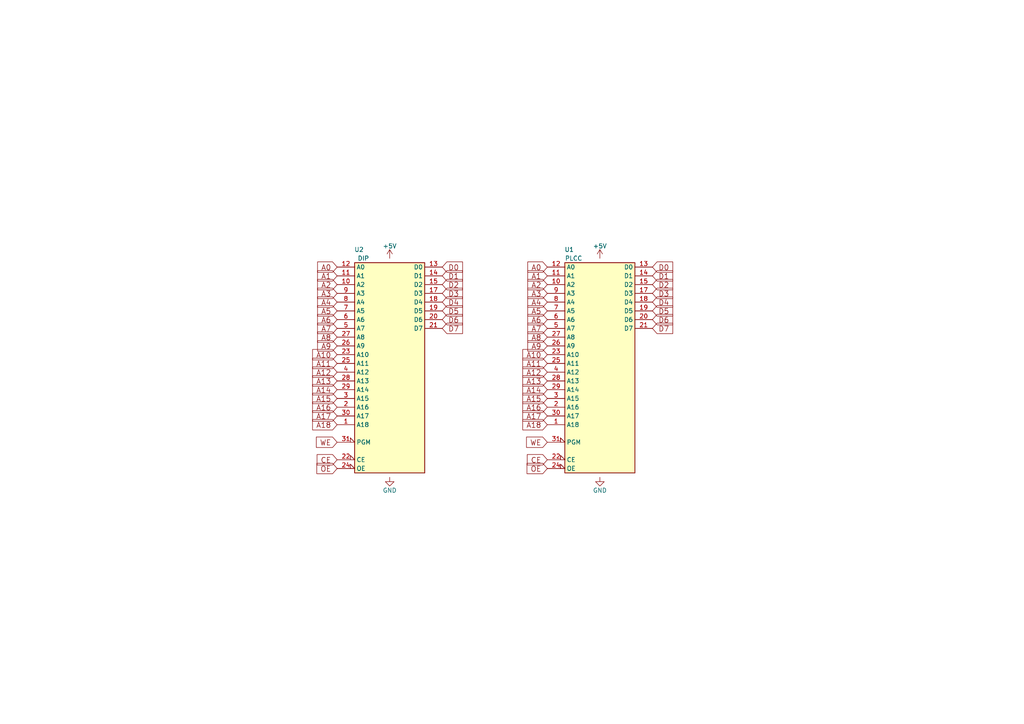
<source format=kicad_sch>
(kicad_sch (version 20211123) (generator eeschema)
  (paper "A4")
  (title_block (title "PLCC32 to DIP32") (date "2017-12-09") (rev "0.1") (company "FLACO 2017, licence of this schematic is CC-BY-NC-SA") (comment 1 "Fit a PLCC 29F010 to the DIP socket of a programmer"))
  (lib_symbols
    (symbol "Memory_Flash:SST39SF040"
      (property "Reference" "U" (at 2.54 33.02 0))
      (property "Value" "SST39SF040" (at 0 -30.48 0))
      (symbol "SST39SF040_0_0"
        (pin power_in line (at 0 -30.48 90) (length 1.27) hide (name "GND") (number "16"))
        (pin power_in line (at 0 33.02 270) (length 1.27) hide (name "VCC") (number "32"))
      )
      (symbol "SST39SF040_0_1"
        (rectangle (start -10.16 31.75) (end 10.16 -29.21) (stroke (width 0.254)) (fill (type background)))
      )
      (symbol "SST39SF040_1_1"
        (pin input line (at -15.24 -15.24 0) (length 5.08) (name "A18") (number "1"))
        (pin input line (at -15.24 25.4 0) (length 5.08) (name "A2") (number "10"))
        (pin input line (at -15.24 27.94 0) (length 5.08) (name "A1") (number "11"))
        (pin input line (at -15.24 30.48 0) (length 5.08) (name "A0") (number "12"))
        (pin tri_state line (at 15.24 30.48 180) (length 5.08) (name "D0") (number "13"))
        (pin tri_state line (at 15.24 27.94 180) (length 5.08) (name "D1") (number "14"))
        (pin tri_state line (at 15.24 25.4 180) (length 5.08) (name "D2") (number "15"))
        (pin tri_state line (at 15.24 22.86 180) (length 5.08) (name "D3") (number "17"))
        (pin tri_state line (at 15.24 20.32 180) (length 5.08) (name "D4") (number "18"))
        (pin tri_state line (at 15.24 17.78 180) (length 5.08) (name "D5") (number "19"))
        (pin input line (at -15.24 -10.16 0) (length 5.08) (name "A16") (number "2"))
        (pin tri_state line (at 15.24 15.24 180) (length 5.08) (name "D6") (number "20"))
        (pin tri_state line (at 15.24 12.7 180) (length 5.08) (name "D7") (number "21"))
        (pin input input_low (at -15.24 -25.4 0) (length 5.08) (name "CE") (number "22"))
        (pin input line (at -15.24 5.08 0) (length 5.08) (name "A10") (number "23"))
        (pin input input_low (at -15.24 -27.94 0) (length 5.08) (name "OE") (number "24"))
        (pin input line (at -15.24 2.54 0) (length 5.08) (name "A11") (number "25"))
        (pin input line (at -15.24 7.62 0) (length 5.08) (name "A9") (number "26"))
        (pin input line (at -15.24 10.16 0) (length 5.08) (name "A8") (number "27"))
        (pin input line (at -15.24 -2.54 0) (length 5.08) (name "A13") (number "28"))
        (pin input line (at -15.24 -5.08 0) (length 5.08) (name "A14") (number "29"))
        (pin input line (at -15.24 -7.62 0) (length 5.08) (name "A15") (number "3"))
        (pin input line (at -15.24 -12.7 0) (length 5.08) (name "A17") (number "30"))
        (pin input input_low (at -15.24 -20.32 0) (length 5.08) (name "PGM") (number "31"))
        (pin input line (at -15.24 0 0) (length 5.08) (name "A12") (number "4"))
        (pin input line (at -15.24 12.7 0) (length 5.08) (name "A7") (number "5"))
        (pin input line (at -15.24 15.24 0) (length 5.08) (name "A6") (number "6"))
        (pin input line (at -15.24 17.78 0) (length 5.08) (name "A5") (number "7"))
        (pin input line (at -15.24 20.32 0) (length 5.08) (name "A4") (number "8"))
        (pin input line (at -15.24 22.86 0) (length 5.08) (name "A3") (number "9"))
      )
    )
    (symbol "power:+5V" (power) (pin_names (offset 0))
      (property "Value" "+5V" (at 0 3.556 0))
      (symbol "+5V_0_1"
        (polyline (pts (xy -0.762 1.27) (xy 0 2.54)))
        (polyline (pts (xy 0 0) (xy 0 2.54)))
        (polyline (pts (xy 0 2.54) (xy 0.762 1.27)))
      )
      (symbol "+5V_1_1"
        (pin power_in line (at 0 0 90) (length 0) hide (name "+5V") (number "1"))
      )
    )
    (symbol "power:GND" (power) (pin_names (offset 0))
      (property "Value" "GND" (at 0 -3.81 0))
      (symbol "GND_0_1"
        (polyline (pts (xy 0 0) (xy 0 -1.27) (xy 1.27 -1.27) (xy 0 -2.54) (xy -1.27 -1.27) (xy 0 -1.27)))
      )
      (symbol "GND_1_1"
        (pin power_in line (at 0 0 270) (length 0) hide (name "GND") (number "1"))
      )
    )
  )
  (global_label "A17" (shape input) (at 97.79 120.65 180) (effects (font (size 1.524 1.524))) (property "Références Inter-Feuilles" "${INTERSHEET_REFS}" (effects hide)))
  (global_label "OE" (shape input) (at 97.79 135.89 180) (effects (font (size 1.524 1.524))) (property "Références Inter-Feuilles" "${INTERSHEET_REFS}" (effects hide)))
  (global_label "D6" (shape input) (at 189.23 92.71 0) (effects (font (size 1.524 1.524))) (property "Références Inter-Feuilles" "${INTERSHEET_REFS}" (effects hide)))
  (global_label "A7" (shape input) (at 97.79 95.25 180) (effects (font (size 1.524 1.524))) (property "Références Inter-Feuilles" "${INTERSHEET_REFS}" (effects hide)))
  (global_label "D7" (shape input) (at 128.27 95.25 0) (effects (font (size 1.524 1.524))) (property "Références Inter-Feuilles" "${INTERSHEET_REFS}" (effects hide)))
  (global_label "A6" (shape input) (at 97.79 92.71 180) (effects (font (size 1.524 1.524))) (property "Références Inter-Feuilles" "${INTERSHEET_REFS}" (effects hide)))
  (global_label "D3" (shape input) (at 189.23 85.09 0) (effects (font (size 1.524 1.524))) (property "Références Inter-Feuilles" "${INTERSHEET_REFS}" (effects hide)))
  (global_label "D7" (shape input) (at 189.23 95.25 0) (effects (font (size 1.524 1.524))) (property "Références Inter-Feuilles" "${INTERSHEET_REFS}" (effects hide)))
  (global_label "A14" (shape input) (at 158.75 113.03 180) (effects (font (size 1.524 1.524))) (property "Références Inter-Feuilles" "${INTERSHEET_REFS}" (effects hide)))
  (global_label "WE" (shape input) (at 97.79 128.27 180) (effects (font (size 1.524 1.524))) (property "Références Inter-Feuilles" "${INTERSHEET_REFS}" (effects hide)))
  (global_label "A9" (shape input) (at 97.79 100.33 180) (effects (font (size 1.524 1.524))) (property "Références Inter-Feuilles" "${INTERSHEET_REFS}" (effects hide)))
  (global_label "D5" (shape input) (at 189.23 90.17 0) (effects (font (size 1.524 1.524))) (property "Références Inter-Feuilles" "${INTERSHEET_REFS}" (effects hide)))
  (global_label "A12" (shape input) (at 97.79 107.95 180) (effects (font (size 1.524 1.524))) (property "Références Inter-Feuilles" "${INTERSHEET_REFS}" (effects hide)))
  (global_label "A1" (shape input) (at 97.79 80.01 180) (effects (font (size 1.524 1.524))) (property "Références Inter-Feuilles" "${INTERSHEET_REFS}" (effects hide)))
  (global_label "D6" (shape input) (at 128.27 92.71 0) (effects (font (size 1.524 1.524))) (property "Références Inter-Feuilles" "${INTERSHEET_REFS}" (effects hide)))
  (global_label "D1" (shape input) (at 128.27 80.01 0) (effects (font (size 1.524 1.524))) (property "Références Inter-Feuilles" "${INTERSHEET_REFS}" (effects hide)))
  (global_label "WE" (shape input) (at 158.75 128.27 180) (effects (font (size 1.524 1.524))) (property "Références Inter-Feuilles" "${INTERSHEET_REFS}" (effects hide)))
  (global_label "A3" (shape input) (at 97.79 85.09 180) (effects (font (size 1.524 1.524))) (property "Références Inter-Feuilles" "${INTERSHEET_REFS}" (effects hide)))
  (global_label "A0" (shape input) (at 158.75 77.47 180) (effects (font (size 1.524 1.524))) (property "Références Inter-Feuilles" "${INTERSHEET_REFS}" (effects hide)))
  (global_label "D0" (shape input) (at 189.23 77.47 0) (effects (font (size 1.524 1.524))) (property "Références Inter-Feuilles" "${INTERSHEET_REFS}" (effects hide)))
  (global_label "CE" (shape input) (at 97.79 133.35 180) (effects (font (size 1.524 1.524))) (property "Références Inter-Feuilles" "${INTERSHEET_REFS}" (effects hide)))
  (global_label "A10" (shape input) (at 158.75 102.87 180) (effects (font (size 1.524 1.524))) (property "Références Inter-Feuilles" "${INTERSHEET_REFS}" (effects hide)))
  (global_label "A10" (shape input) (at 97.79 102.87 180) (effects (font (size 1.524 1.524))) (property "Références Inter-Feuilles" "${INTERSHEET_REFS}" (effects hide)))
  (global_label "A18" (shape input) (at 97.79 123.19 180) (effects (font (size 1.524 1.524))) (property "Références Inter-Feuilles" "${INTERSHEET_REFS}" (effects hide)))
  (global_label "D4" (shape input) (at 189.23 87.63 0) (effects (font (size 1.524 1.524))) (property "Références Inter-Feuilles" "${INTERSHEET_REFS}" (effects hide)))
  (global_label "A16" (shape input) (at 97.79 118.11 180) (effects (font (size 1.524 1.524))) (property "Références Inter-Feuilles" "${INTERSHEET_REFS}" (effects hide)))
  (global_label "A8" (shape input) (at 158.75 97.79 180) (effects (font (size 1.524 1.524))) (property "Références Inter-Feuilles" "${INTERSHEET_REFS}" (effects hide)))
  (global_label "A2" (shape input) (at 97.79 82.55 180) (effects (font (size 1.524 1.524))) (property "Références Inter-Feuilles" "${INTERSHEET_REFS}" (effects hide)))
  (global_label "A14" (shape input) (at 97.79 113.03 180) (effects (font (size 1.524 1.524))) (property "Références Inter-Feuilles" "${INTERSHEET_REFS}" (effects hide)))
  (global_label "A0" (shape input) (at 97.79 77.47 180) (effects (font (size 1.524 1.524))) (property "Références Inter-Feuilles" "${INTERSHEET_REFS}" (effects hide)))
  (global_label "A7" (shape input) (at 158.75 95.25 180) (effects (font (size 1.524 1.524))) (property "Références Inter-Feuilles" "${INTERSHEET_REFS}" (effects hide)))
  (global_label "A5" (shape input) (at 158.75 90.17 180) (effects (font (size 1.524 1.524))) (property "Références Inter-Feuilles" "${INTERSHEET_REFS}" (effects hide)))
  (global_label "D2" (shape input) (at 128.27 82.55 0) (effects (font (size 1.524 1.524))) (property "Références Inter-Feuilles" "${INTERSHEET_REFS}" (effects hide)))
  (global_label "A15" (shape input) (at 97.79 115.57 180) (effects (font (size 1.524 1.524))) (property "Références Inter-Feuilles" "${INTERSHEET_REFS}" (effects hide)))
  (global_label "D4" (shape input) (at 128.27 87.63 0) (effects (font (size 1.524 1.524))) (property "Références Inter-Feuilles" "${INTERSHEET_REFS}" (effects hide)))
  (global_label "A18" (shape input) (at 158.75 123.19 180) (effects (font (size 1.524 1.524))) (property "Références Inter-Feuilles" "${INTERSHEET_REFS}" (effects hide)))
  (global_label "A3" (shape input) (at 158.75 85.09 180) (effects (font (size 1.524 1.524))) (property "Références Inter-Feuilles" "${INTERSHEET_REFS}" (effects hide)))
  (global_label "A8" (shape input) (at 97.79 97.79 180) (effects (font (size 1.524 1.524))) (property "Références Inter-Feuilles" "${INTERSHEET_REFS}" (effects hide)))
  (global_label "CE" (shape input) (at 158.75 133.35 180) (effects (font (size 1.524 1.524))) (property "Références Inter-Feuilles" "${INTERSHEET_REFS}" (effects hide)))
  (global_label "A17" (shape input) (at 158.75 120.65 180) (effects (font (size 1.524 1.524))) (property "Références Inter-Feuilles" "${INTERSHEET_REFS}" (effects hide)))
  (global_label "D2" (shape input) (at 189.23 82.55 0) (effects (font (size 1.524 1.524))) (property "Références Inter-Feuilles" "${INTERSHEET_REFS}" (effects hide)))
  (global_label "A11" (shape input) (at 158.75 105.41 180) (effects (font (size 1.524 1.524))) (property "Références Inter-Feuilles" "${INTERSHEET_REFS}" (effects hide)))
  (global_label "D0" (shape input) (at 128.27 77.47 0) (effects (font (size 1.524 1.524))) (property "Références Inter-Feuilles" "${INTERSHEET_REFS}" (effects hide)))
  (global_label "A6" (shape input) (at 158.75 92.71 180) (effects (font (size 1.524 1.524))) (property "Références Inter-Feuilles" "${INTERSHEET_REFS}" (effects hide)))
  (global_label "A4" (shape input) (at 158.75 87.63 180) (effects (font (size 1.524 1.524))) (property "Références Inter-Feuilles" "${INTERSHEET_REFS}" (effects hide)))
  (global_label "A15" (shape input) (at 158.75 115.57 180) (effects (font (size 1.524 1.524))) (property "Références Inter-Feuilles" "${INTERSHEET_REFS}" (effects hide)))
  (global_label "A2" (shape input) (at 158.75 82.55 180) (effects (font (size 1.524 1.524))) (property "Références Inter-Feuilles" "${INTERSHEET_REFS}" (effects hide)))
  (global_label "A9" (shape input) (at 158.75 100.33 180) (effects (font (size 1.524 1.524))) (property "Références Inter-Feuilles" "${INTERSHEET_REFS}" (effects hide)))
  (global_label "A1" (shape input) (at 158.75 80.01 180) (effects (font (size 1.524 1.524))) (property "Références Inter-Feuilles" "${INTERSHEET_REFS}" (effects hide)))
  (global_label "A12" (shape input) (at 158.75 107.95 180) (effects (font (size 1.524 1.524))) (property "Références Inter-Feuilles" "${INTERSHEET_REFS}" (effects hide)))
  (global_label "A13" (shape input) (at 158.75 110.49 180) (effects (font (size 1.524 1.524))) (property "Références Inter-Feuilles" "${INTERSHEET_REFS}" (effects hide)))
  (global_label "A5" (shape input) (at 97.79 90.17 180) (effects (font (size 1.524 1.524))) (property "Références Inter-Feuilles" "${INTERSHEET_REFS}" (effects hide)))
  (global_label "D1" (shape input) (at 189.23 80.01 0) (effects (font (size 1.524 1.524))) (property "Références Inter-Feuilles" "${INTERSHEET_REFS}" (effects hide)))
  (global_label "A16" (shape input) (at 158.75 118.11 180) (effects (font (size 1.524 1.524))) (property "Références Inter-Feuilles" "${INTERSHEET_REFS}" (effects hide)))
  (global_label "OE" (shape input) (at 158.75 135.89 180) (effects (font (size 1.524 1.524))) (property "Références Inter-Feuilles" "${INTERSHEET_REFS}" (effects hide)))
  (global_label "A11" (shape input) (at 97.79 105.41 180) (effects (font (size 1.524 1.524))) (property "Références Inter-Feuilles" "${INTERSHEET_REFS}" (effects hide)))
  (global_label "A4" (shape input) (at 97.79 87.63 180) (effects (font (size 1.524 1.524))) (property "Références Inter-Feuilles" "${INTERSHEET_REFS}" (effects hide)))
  (global_label "D5" (shape input) (at 128.27 90.17 0) (effects (font (size 1.524 1.524))) (property "Références Inter-Feuilles" "${INTERSHEET_REFS}" (effects hide)))
  (global_label "D3" (shape input) (at 128.27 85.09 0) (effects (font (size 1.524 1.524))) (property "Références Inter-Feuilles" "${INTERSHEET_REFS}" (effects hide)))
  (global_label "A13" (shape input) (at 97.79 110.49 180) (effects (font (size 1.524 1.524))) (property "Références Inter-Feuilles" "${INTERSHEET_REFS}" (effects hide)))
  (symbol (lib_id "power:+5V") (at 173.99 74.93 0) (unit 1)
    (property "Reference" "#PWR03" (effects hide))
    (property "Value" "+5V" (at 173.99 71.374 0))
  )
  (symbol (lib_id "power:GND") (at 173.99 138.43 0) (unit 1)
    (property "Reference" "#PWR04" (effects hide))
    (property "Value" "GND" (at 173.99 142.24 0))
  )
  (symbol (lib_id "Memory_Flash:SST39SF040") (at 173.99 107.95 0) (unit 1)
    (property "Reference" "U1" (at 165.1 72.39 0))
    (property "Value" "PLCC" (at 166.37 74.93 0))
    (property "Footprint" "Package_LCC:PLCC-32_11.4x14.0mm_P1.27mm" (effects hide))
    (property "Datasheet" "http://ww1.microchip.com/downloads/en/DeviceDoc/25022B.pdf" (effects hide))
  )
  (symbol (lib_id "power:+5V") (at 113.03 74.93 0) (unit 1)
    (property "Reference" "#PWR?" (effects hide))
    (property "Value" "+5V" (at 113.03 71.374 0))
  )
  (symbol (lib_id "power:GND") (at 113.03 138.43 0) (unit 1)
    (property "Reference" "#PWR?" (effects hide))
    (property "Value" "GND" (at 113.03 142.24 0))
  )
  (symbol (lib_id "Memory_Flash:SST39SF040") (at 113.03 107.95 0) (unit 1)
    (property "Reference" "U2" (at 104.14 72.39 0))
    (property "Value" "DIP" (at 105.41 74.93 0))
    (property "Footprint" "Package_DIP:DIP-32_W15.24mm" (effects hide))
    (property "Datasheet" "http://ww1.microchip.com/downloads/en/DeviceDoc/25022B.pdf" (effects hide))
  )
)
</source>
